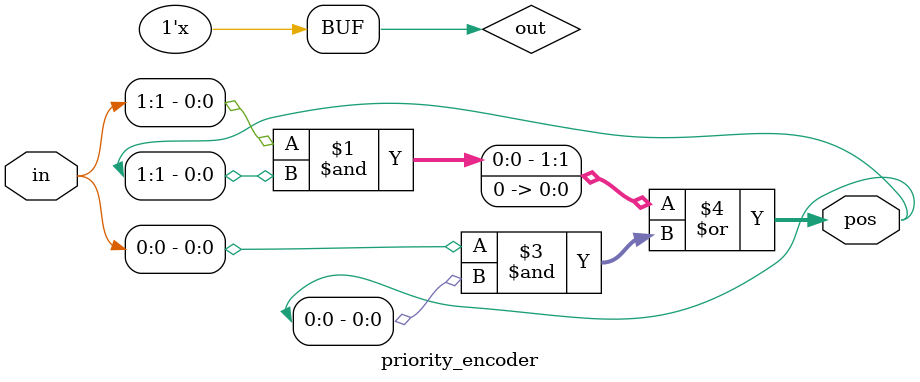
<source format=v>
module priority_encoder( 
input [2:0] in,
output reg [1:0] pos ); 
// When sel=1, assign b to out
assign pos = ( in[1] & pos[1] ) << 1 | in[0] & pos[0];

// Print the position from BCD.
assign out = ( pos[2:0] + 1 ) / 2;
endmodule

</source>
